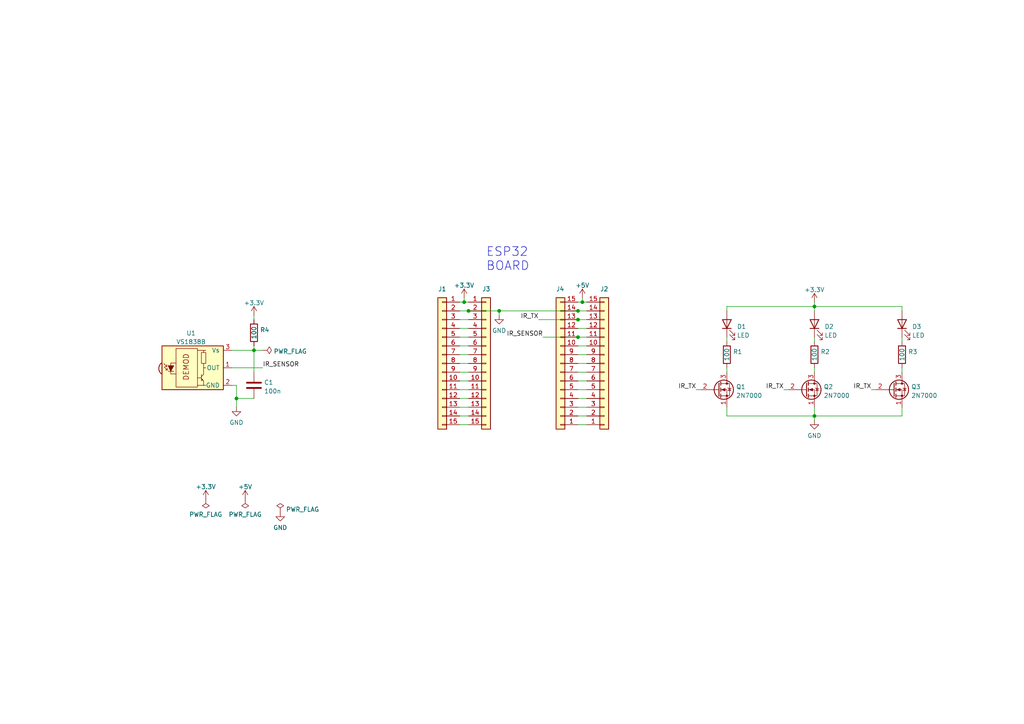
<source format=kicad_sch>
(kicad_sch (version 20230121) (generator eeschema)
  (paper "A4")
  (title_block (title "ESPHome IR Box"))
  (lib_symbols
    (symbol "Connector_Generic:Conn_01x15" (pin_names (offset 1.016) hide)
      (property "Reference" "J" (at 0 20.32 0))
      (property "Value" "Conn_01x15" (at 0 -20.32 0))
      (symbol "Conn_01x15_1_1"
        (rectangle (start -1.27 -17.653) (end 0 -17.907) (stroke (width 0.1524)))
        (rectangle (start -1.27 -15.113) (end 0 -15.367) (stroke (width 0.1524)))
        (rectangle (start -1.27 -12.573) (end 0 -12.827) (stroke (width 0.1524)))
        (rectangle (start -1.27 -10.033) (end 0 -10.287) (stroke (width 0.1524)))
        (rectangle (start -1.27 -7.493) (end 0 -7.747) (stroke (width 0.1524)))
        (rectangle (start -1.27 -4.953) (end 0 -5.207) (stroke (width 0.1524)))
        (rectangle (start -1.27 -2.413) (end 0 -2.667) (stroke (width 0.1524)))
        (rectangle (start -1.27 0.127) (end 0 -0.127) (stroke (width 0.1524)))
        (rectangle (start -1.27 2.667) (end 0 2.413) (stroke (width 0.1524)))
        (rectangle (start -1.27 5.207) (end 0 4.953) (stroke (width 0.1524)))
        (rectangle (start -1.27 7.747) (end 0 7.493) (stroke (width 0.1524)))
        (rectangle (start -1.27 10.287) (end 0 10.033) (stroke (width 0.1524)))
        (rectangle (start -1.27 12.827) (end 0 12.573) (stroke (width 0.1524)))
        (rectangle (start -1.27 15.367) (end 0 15.113) (stroke (width 0.1524)))
        (rectangle (start -1.27 17.907) (end 0 17.653) (stroke (width 0.1524)))
        (rectangle (start -1.27 19.05) (end 1.27 -19.05) (stroke (width 0.254)) (fill (type background)))
        (pin passive line (at -5.08 17.78 0) (length 3.81) (name "Pin_1") (number "1"))
        (pin passive line (at -5.08 -5.08 0) (length 3.81) (name "Pin_10") (number "10"))
        (pin passive line (at -5.08 -7.62 0) (length 3.81) (name "Pin_11") (number "11"))
        (pin passive line (at -5.08 -10.16 0) (length 3.81) (name "Pin_12") (number "12"))
        (pin passive line (at -5.08 -12.7 0) (length 3.81) (name "Pin_13") (number "13"))
        (pin passive line (at -5.08 -15.24 0) (length 3.81) (name "Pin_14") (number "14"))
        (pin passive line (at -5.08 -17.78 0) (length 3.81) (name "Pin_15") (number "15"))
        (pin passive line (at -5.08 15.24 0) (length 3.81) (name "Pin_2") (number "2"))
        (pin passive line (at -5.08 12.7 0) (length 3.81) (name "Pin_3") (number "3"))
        (pin passive line (at -5.08 10.16 0) (length 3.81) (name "Pin_4") (number "4"))
        (pin passive line (at -5.08 7.62 0) (length 3.81) (name "Pin_5") (number "5"))
        (pin passive line (at -5.08 5.08 0) (length 3.81) (name "Pin_6") (number "6"))
        (pin passive line (at -5.08 2.54 0) (length 3.81) (name "Pin_7") (number "7"))
        (pin passive line (at -5.08 0 0) (length 3.81) (name "Pin_8") (number "8"))
        (pin passive line (at -5.08 -2.54 0) (length 3.81) (name "Pin_9") (number "9"))
      )
    )
    (symbol "Device:C" (pin_numbers hide) (pin_names (offset 0.254))
      (property "Reference" "C" (at 0.635 2.54 0))
      (property "Value" "C" (at 0.635 -2.54 0))
      (symbol "C_0_1"
        (polyline (pts (xy -2.032 -0.762) (xy 2.032 -0.762)) (stroke (width 0.508)))
        (polyline (pts (xy -2.032 0.762) (xy 2.032 0.762)) (stroke (width 0.508)))
      )
      (symbol "C_1_1"
        (pin passive line (at 0 3.81 270) (length 2.794) (name "~") (number "1"))
        (pin passive line (at 0 -3.81 90) (length 2.794) (name "~") (number "2"))
      )
    )
    (symbol "Device:LED" (pin_numbers hide) (pin_names (offset 1.016) hide)
      (property "Reference" "D" (at 0 2.54 0))
      (property "Value" "LED" (at 0 -2.54 0))
      (symbol "LED_0_1"
        (polyline (pts (xy -1.27 -1.27) (xy -1.27 1.27)) (stroke (width 0.254)))
        (polyline (pts (xy -1.27 0) (xy 1.27 0)))
        (polyline (pts (xy 1.27 -1.27) (xy 1.27 1.27) (xy -1.27 0) (xy 1.27 -1.27)) (stroke (width 0.254)))
        (polyline (pts (xy -3.048 -0.762) (xy -4.572 -2.286) (xy -3.81 -2.286) (xy -4.572 -2.286) (xy -4.572 -1.524)))
        (polyline (pts (xy -1.778 -0.762) (xy -3.302 -2.286) (xy -2.54 -2.286) (xy -3.302 -2.286) (xy -3.302 -1.524)))
      )
      (symbol "LED_1_1"
        (pin passive line (at -3.81 0 0) (length 2.54) (name "K") (number "1"))
        (pin passive line (at 3.81 0 180) (length 2.54) (name "A") (number "2"))
      )
    )
    (symbol "Device:R" (pin_numbers hide) (pin_names (offset 0))
      (property "Reference" "R" (at 2.032 0 90))
      (property "Value" "R" (at 0 0 90))
      (symbol "R_0_1"
        (rectangle (start -1.016 -2.54) (end 1.016 2.54) (stroke (width 0.254)))
      )
      (symbol "R_1_1"
        (pin passive line (at 0 3.81 270) (length 1.27) (name "~") (number "1"))
        (pin passive line (at 0 -3.81 90) (length 1.27) (name "~") (number "2"))
      )
    )
    (symbol "Transistor_FET:2N7000" (pin_names hide)
      (property "Reference" "Q" (at 5.08 1.905 0))
      (property "Value" "2N7000" (at 5.08 0 0))
      (symbol "2N7000_0_1"
        (polyline (pts (xy 0.254 0) (xy -2.54 0)))
        (polyline (pts (xy 0.254 1.905) (xy 0.254 -1.905)) (stroke (width 0.254)))
        (polyline (pts (xy 0.762 -1.27) (xy 0.762 -2.286)) (stroke (width 0.254)))
        (polyline (pts (xy 0.762 0.508) (xy 0.762 -0.508)) (stroke (width 0.254)))
        (polyline (pts (xy 0.762 2.286) (xy 0.762 1.27)) (stroke (width 0.254)))
        (polyline (pts (xy 2.54 2.54) (xy 2.54 1.778)))
        (polyline (pts (xy 2.54 -2.54) (xy 2.54 0) (xy 0.762 0)))
        (polyline (pts (xy 0.762 -1.778) (xy 3.302 -1.778) (xy 3.302 1.778) (xy 0.762 1.778)))
        (polyline (pts (xy 1.016 0) (xy 2.032 0.381) (xy 2.032 -0.381) (xy 1.016 0)) (fill (type outline)))
        (polyline (pts (xy 2.794 0.508) (xy 2.921 0.381) (xy 3.683 0.381) (xy 3.81 0.254)))
        (polyline (pts (xy 3.302 0.381) (xy 2.921 -0.254) (xy 3.683 -0.254) (xy 3.302 0.381)))
        (circle (center 1.651 0) (radius 2.794) (stroke (width 0.254)))
        (circle (center 2.54 -1.778) (radius 0.254) (fill (type outline)))
        (circle (center 2.54 1.778) (radius 0.254) (fill (type outline)))
      )
      (symbol "2N7000_1_1"
        (pin passive line (at 2.54 -5.08 90) (length 2.54) (name "S") (number "1"))
        (pin input line (at -5.08 0 0) (length 2.54) (name "G") (number "2"))
        (pin passive line (at 2.54 5.08 270) (length 2.54) (name "D") (number "3"))
      )
    )
    (symbol "power:+3.3V" (power) (pin_names (offset 0))
      (property "Value" "+3.3V" (at 0 3.556 0))
      (symbol "+3.3V_0_1"
        (polyline (pts (xy -0.762 1.27) (xy 0 2.54)))
        (polyline (pts (xy 0 0) (xy 0 2.54)))
        (polyline (pts (xy 0 2.54) (xy 0.762 1.27)))
      )
      (symbol "+3.3V_1_1"
        (pin power_in line (at 0 0 90) (length 0) hide (name "+3.3V") (number "1"))
      )
    )
    (symbol "power:+5V" (power) (pin_names (offset 0))
      (property "Value" "+5V" (at 0 3.556 0))
      (symbol "+5V_0_1"
        (polyline (pts (xy -0.762 1.27) (xy 0 2.54)))
        (polyline (pts (xy 0 0) (xy 0 2.54)))
        (polyline (pts (xy 0 2.54) (xy 0.762 1.27)))
      )
      (symbol "+5V_1_1"
        (pin power_in line (at 0 0 90) (length 0) hide (name "+5V") (number "1"))
      )
    )
    (symbol "power:GND" (power) (pin_names (offset 0))
      (property "Value" "GND" (at 0 -3.81 0))
      (symbol "GND_0_1"
        (polyline (pts (xy 0 0) (xy 0 -1.27) (xy 1.27 -1.27) (xy 0 -2.54) (xy -1.27 -1.27) (xy 0 -1.27)))
      )
      (symbol "GND_1_1"
        (pin power_in line (at 0 0 270) (length 0) hide (name "GND") (number "1"))
      )
    )
    (symbol "power:PWR_FLAG" (power) (pin_numbers hide) (pin_names (offset 0) hide)
      (property "Value" "PWR_FLAG" (at 0 3.81 0))
      (symbol "PWR_FLAG_0_0"
        (pin power_out line (at 0 0 90) (length 0) (name "pwr") (number "1"))
      )
      (symbol "PWR_FLAG_0_1"
        (polyline (pts (xy 0 0) (xy 0 1.27) (xy -1.016 1.905) (xy 0 2.54) (xy 1.016 1.905) (xy 0 1.27)))
      )
    )
    (symbol "vs1838b:VS1838B" (pin_names (offset 1.016))
      (property "Reference" "U" (at -10.16 7.62 0))
      (property "Value" "VS1838B" (at -10.16 -7.62 0))
      (symbol "VS1838B_0_0"
        (arc (start -10.287 1.397) (mid -11.0899 -0.1852) (end -10.287 -1.778) (stroke (width 0.254)) (fill (type background)))
        (polyline (pts (xy 1.905 -5.08) (xy 0.127 -5.08)))
        (polyline (pts (xy 1.905 5.08) (xy 0.127 5.08)))
        (text "DEMOD" (at -3.175 0.254 900) (effects (font (size 1.524 1.524))))
      )
      (symbol "VS1838B_0_1"
        (rectangle (start -10.16 6.35) (end 7.62 -6.35) (stroke (width 0.254)) (fill (type background)))
        (rectangle (start -6.096 5.588) (end 0.127 -5.588))
        (polyline (pts (xy -8.763 0.381) (xy -9.652 1.27)))
        (polyline (pts (xy -8.763 0.381) (xy -9.271 0.381)))
        (polyline (pts (xy -8.763 0.381) (xy -8.763 0.889)))
        (polyline (pts (xy -8.636 -0.635) (xy -9.525 0.254)))
        (polyline (pts (xy -8.636 -0.635) (xy -9.144 -0.635)))
        (polyline (pts (xy -8.636 -0.635) (xy -8.636 -0.127)))
        (polyline (pts (xy -8.382 -1.016) (xy -6.731 -1.016)))
        (polyline (pts (xy 1.27 -2.921) (xy 0.127 -2.921)))
        (polyline (pts (xy 1.27 -1.905) (xy 1.27 -3.81)))
        (polyline (pts (xy 1.397 -3.556) (xy 1.524 -3.556)))
        (polyline (pts (xy 1.651 -3.556) (xy 1.524 -3.556)))
        (polyline (pts (xy 1.651 -3.556) (xy 1.651 -3.302)))
        (polyline (pts (xy 1.905 0) (xy 1.905 1.27)))
        (polyline (pts (xy 1.905 4.445) (xy 1.905 5.08) (xy 2.54 5.08)))
        (polyline (pts (xy -8.382 0.635) (xy -6.731 0.635) (xy -7.62 -1.016) (xy -8.382 0.635)) (fill (type outline)))
        (polyline (pts (xy -6.096 1.397) (xy -7.62 1.397) (xy -7.62 -1.778) (xy -6.096 -1.778)))
        (polyline (pts (xy 1.27 -3.175) (xy 1.905 -3.81) (xy 1.905 -5.08) (xy 2.54 -5.08)))
        (polyline (pts (xy 1.27 -2.54) (xy 1.905 -1.905) (xy 1.905 0) (xy 2.54 0)))
        (rectangle (start 2.54 1.27) (end 1.27 4.445))
      )
      (symbol "VS1838B_1_1"
        (pin output line (at 10.16 0 180) (length 2.54) (name "OUT") (number "1"))
        (pin power_in line (at 10.16 -5.08 180) (length 2.54) (name "GND") (number "2"))
        (pin power_in line (at 10.16 5.08 180) (length 2.54) (name "Vs") (number "3"))
      )
    )
  )
  (junction (at 167.64 97.79))
  (junction (at 135.89 90.17))
  (junction (at 134.62 87.63))
  (junction (at 73.66 101.6))
  (junction (at 236.22 88.9))
  (junction (at 68.58 115.57))
  (junction (at 144.78 90.17))
  (junction (at 167.64 92.71))
  (junction (at 168.91 87.63))
  (junction (at 167.64 90.17))
  (junction (at 236.22 120.65))
  (wire (pts (xy 134.62 87.63) (xy 133.35 87.63)))
  (wire (pts (xy 73.66 115.57) (xy 68.58 115.57)))
  (wire (pts (xy 68.58 115.57) (xy 68.58 111.76)))
  (wire (pts (xy 210.82 120.65) (xy 236.22 120.65)))
  (wire (pts (xy 133.35 97.79) (xy 135.89 97.79)))
  (wire (pts (xy 133.35 118.11) (xy 135.89 118.11)))
  (wire (pts (xy 210.82 88.9) (xy 236.22 88.9)))
  (wire (pts (xy 167.64 110.49) (xy 170.18 110.49)))
  (wire (pts (xy 210.82 118.11) (xy 210.82 120.65)))
  (wire (pts (xy 210.82 90.17) (xy 210.82 88.9)))
  (wire (pts (xy 210.82 106.68) (xy 210.82 107.95)))
  (wire (pts (xy 68.58 115.57) (xy 68.58 118.11)))
  (wire (pts (xy 133.35 105.41) (xy 135.89 105.41)))
  (wire (pts (xy 236.22 120.65) (xy 261.62 120.65)))
  (wire (pts (xy 261.62 118.11) (xy 261.62 120.65)))
  (wire (pts (xy 144.78 90.17) (xy 167.64 90.17)))
  (wire (pts (xy 133.35 120.65) (xy 135.89 120.65)))
  (wire (pts (xy 168.91 86.36) (xy 168.91 87.63)))
  (wire (pts (xy 133.35 100.33) (xy 135.89 100.33)))
  (wire (pts (xy 68.58 111.76) (xy 67.31 111.76)))
  (wire (pts (xy 73.66 100.33) (xy 73.66 101.6)))
  (wire (pts (xy 167.64 118.11) (xy 170.18 118.11)))
  (wire (pts (xy 261.62 88.9) (xy 261.62 90.17)))
  (wire (pts (xy 133.35 110.49) (xy 135.89 110.49)))
  (wire (pts (xy 167.64 102.87) (xy 170.18 102.87)))
  (wire (pts (xy 167.64 123.19) (xy 170.18 123.19)))
  (wire (pts (xy 134.62 87.63) (xy 135.89 87.63)))
  (wire (pts (xy 168.91 87.63) (xy 170.18 87.63)))
  (wire (pts (xy 156.21 92.71) (xy 167.64 92.71)))
  (wire (pts (xy 157.48 97.79) (xy 167.64 97.79)))
  (wire (pts (xy 73.66 101.6) (xy 73.66 107.95)))
  (wire (pts (xy 236.22 88.9) (xy 261.62 88.9)))
  (wire (pts (xy 133.35 92.71) (xy 135.89 92.71)))
  (wire (pts (xy 73.66 91.44) (xy 73.66 92.71)))
  (wire (pts (xy 133.35 123.19) (xy 135.89 123.19)))
  (wire (pts (xy 67.31 101.6) (xy 73.66 101.6)))
  (wire (pts (xy 167.64 90.17) (xy 170.18 90.17)))
  (wire (pts (xy 167.64 113.03) (xy 170.18 113.03)))
  (wire (pts (xy 167.64 97.79) (xy 170.18 97.79)))
  (wire (pts (xy 261.62 106.68) (xy 261.62 107.95)))
  (wire (pts (xy 167.64 100.33) (xy 170.18 100.33)))
  (wire (pts (xy 236.22 118.11) (xy 236.22 120.65)))
  (wire (pts (xy 167.64 105.41) (xy 170.18 105.41)))
  (wire (pts (xy 133.35 95.25) (xy 135.89 95.25)))
  (wire (pts (xy 167.64 107.95) (xy 170.18 107.95)))
  (wire (pts (xy 167.64 120.65) (xy 170.18 120.65)))
  (wire (pts (xy 167.64 92.71) (xy 170.18 92.71)))
  (wire (pts (xy 133.35 113.03) (xy 135.89 113.03)))
  (wire (pts (xy 133.35 107.95) (xy 135.89 107.95)))
  (wire (pts (xy 134.62 86.36) (xy 134.62 87.63)))
  (wire (pts (xy 201.93 113.03) (xy 203.2 113.03)))
  (wire (pts (xy 236.22 87.63) (xy 236.22 88.9)))
  (wire (pts (xy 135.89 90.17) (xy 144.78 90.17)))
  (wire (pts (xy 236.22 97.79) (xy 236.22 99.06)))
  (wire (pts (xy 167.64 95.25) (xy 170.18 95.25)))
  (wire (pts (xy 236.22 121.92) (xy 236.22 120.65)))
  (wire (pts (xy 133.35 115.57) (xy 135.89 115.57)))
  (wire (pts (xy 133.35 90.17) (xy 135.89 90.17)))
  (wire (pts (xy 167.64 115.57) (xy 170.18 115.57)))
  (wire (pts (xy 210.82 97.79) (xy 210.82 99.06)))
  (wire (pts (xy 144.78 91.44) (xy 144.78 90.17)))
  (wire (pts (xy 133.35 102.87) (xy 135.89 102.87)))
  (wire (pts (xy 167.64 87.63) (xy 168.91 87.63)))
  (wire (pts (xy 236.22 88.9) (xy 236.22 90.17)))
  (wire (pts (xy 261.62 97.79) (xy 261.62 99.06)))
  (wire (pts (xy 252.73 113.03) (xy 254 113.03)))
  (wire (pts (xy 67.31 106.68) (xy 76.2 106.68)))
  (wire (pts (xy 73.66 101.6) (xy 76.2 101.6)))
  (wire (pts (xy 236.22 106.68) (xy 236.22 107.95)))
  (wire (pts (xy 227.33 113.03) (xy 228.6 113.03)))
  (text "ESP32\nBOARD" (at 140.97 78.74 0) (effects (font (size 2.54 2.54)) (justify left bottom)))
  (label "IR_TX" (at 201.93 113.03 180))
  (label "IR_TX" (at 252.73 113.03 180))
  (label "IR_SENSOR" (at 157.48 97.79 180))
  (label "IR_SENSOR" (at 76.2 106.68 0))
  (label "IR_TX" (at 227.33 113.03 180))
  (label "IR_TX" (at 156.21 92.71 180))
  (symbol (lib_id "Transistor_FET:2N7000") (at 259.08 113.03 0) (unit 1)
    (property "Reference" "Q3" (at 264.287 112.1953 0) (effects (justify left)))
    (property "Value" "2N7000" (at 264.287 114.7322 0) (effects (justify left)))
    (property "Footprint" "Package_TO_SOT_THT:TO-92_Inline" (effects hide))
    (property "Datasheet" "https://www.vishay.com/docs/70226/70226.pdf" (effects hide))
  )
  (symbol (lib_id "Device:C") (at 73.66 111.76 0) (unit 1)
    (property "Reference" "C1" (at 76.581 110.9253 0) (effects (justify left)))
    (property "Value" "100n" (at 76.581 113.4622 0) (effects (justify left)))
    (property "Footprint" "Capacitor_THT:C_Disc_D4.7mm_W2.5mm_P5.00mm" (effects hide))
  )
  (symbol (lib_id "power:+3.3V") (at 59.69 144.78 0) (unit 1)
    (property "Reference" "#PWR0109" (effects hide))
    (property "Value" "+3.3V" (at 59.69 141.2042 0))
  )
  (symbol (lib_id "power:GND") (at 68.58 118.11 0) (unit 1)
    (property "Reference" "#PWR0106" (effects hide))
    (property "Value" "GND" (at 68.58 122.5534 0))
  )
  (symbol (lib_id "power:+5V") (at 71.12 144.78 0) (unit 1)
    (property "Reference" "#PWR0110" (effects hide))
    (property "Value" "+5V" (at 71.12 141.2042 0))
  )
  (symbol (lib_id "power:PWR_FLAG") (at 59.69 144.78 180) (unit 1)
    (property "Reference" "#FLG0101" (effects hide))
    (property "Value" "PWR_FLAG" (at 59.69 149.2234 0))
  )
  (symbol (lib_id "Device:R") (at 261.62 102.87 0) (unit 1)
    (property "Reference" "R3" (at 263.398 102.0353 0) (effects (justify left)))
    (property "Value" "100" (at 261.62 104.775 90) (effects (justify left)))
    (property "Footprint" "Resistor_THT:R_Axial_DIN0207_L6.3mm_D2.5mm_P7.62mm_Horizontal" (effects hide))
  )
  (symbol (lib_id "Transistor_FET:2N7000") (at 208.28 113.03 0) (unit 1)
    (property "Reference" "Q1" (at 213.487 112.1953 0) (effects (justify left)))
    (property "Value" "2N7000" (at 213.487 114.7322 0) (effects (justify left)))
    (property "Footprint" "Package_TO_SOT_THT:TO-92_Inline" (effects hide))
    (property "Datasheet" "https://www.vishay.com/docs/70226/70226.pdf" (effects hide))
  )
  (symbol (lib_id "vs1838b:VS1838B") (at 57.15 106.68 0) (unit 1)
    (property "Reference" "U1" (at 55.415 96.6302 0))
    (property "Value" "VS1838B" (at 55.415 99.1671 0))
    (property "Footprint" "OptoDevice:Vishay_MOLD-3Pin" (effects hide))
    (property "Datasheet" "http://www.vishay.com/docs/82490/tsop321.pdf" (effects hide))
  )
  (symbol (lib_id "Transistor_FET:2N7000") (at 233.68 113.03 0) (unit 1)
    (property "Reference" "Q2" (at 238.887 112.1953 0) (effects (justify left)))
    (property "Value" "2N7000" (at 238.887 114.7322 0) (effects (justify left)))
    (property "Footprint" "Package_TO_SOT_THT:TO-92_Inline" (effects hide))
    (property "Datasheet" "https://www.vishay.com/docs/70226/70226.pdf" (effects hide))
  )
  (symbol (lib_id "power:+3.3V") (at 236.22 87.63 0) (unit 1)
    (property "Reference" "#PWR0104" (effects hide))
    (property "Value" "+3.3V" (at 236.22 84.0542 0))
  )
  (symbol (lib_id "Connector_Generic:Conn_01x15") (at 162.56 105.41 180) (unit 1)
    (property "Reference" "J4" (at 161.29 83.82 0) (effects (justify right)))
    (property "Value" "Conn_01x15_Male" (effects hide))
    (property "Footprint" "Connector_PinHeader_2.54mm:PinHeader_1x15_P2.54mm_Vertical" (effects hide))
  )
  (symbol (lib_id "Device:LED") (at 236.22 93.98 90) (unit 1)
    (property "Reference" "D2" (at 239.141 94.7328 90) (effects (justify right)))
    (property "Value" "LED" (at 239.141 97.2697 90) (effects (justify right)))
    (property "Footprint" "LED_THT:LED_D5.0mm_Clear" (effects hide))
  )
  (symbol (lib_id "Device:R") (at 73.66 96.52 0) (unit 1)
    (property "Reference" "R4" (at 75.438 95.6853 0) (effects (justify left)))
    (property "Value" "100" (at 73.66 98.425 90) (effects (justify left)))
    (property "Footprint" "Resistor_THT:R_Axial_DIN0207_L6.3mm_D2.5mm_P7.62mm_Horizontal" (effects hide))
  )
  (symbol (lib_id "power:GND") (at 81.28 148.59 0) (unit 1)
    (property "Reference" "#PWR0108" (effects hide))
    (property "Value" "GND" (at 81.28 153.0334 0))
  )
  (symbol (lib_id "power:GND") (at 236.22 121.92 0) (unit 1)
    (property "Reference" "#PWR0105" (effects hide))
    (property "Value" "GND" (at 236.22 126.3634 0))
  )
  (symbol (lib_id "power:GND") (at 144.78 91.44 0) (unit 1)
    (property "Reference" "#PWR0101" (effects hide))
    (property "Value" "GND" (at 144.78 95.8834 0))
  )
  (symbol (lib_id "power:PWR_FLAG") (at 81.28 148.59 0) (unit 1)
    (property "Reference" "#FLG0103" (effects hide))
    (property "Value" "PWR_FLAG" (at 82.931 147.7538 0) (effects (justify left)))
  )
  (symbol (lib_id "power:+3.3V") (at 134.62 86.36 0) (unit 1)
    (property "Reference" "#PWR0102" (effects hide))
    (property "Value" "+3.3V" (at 134.62 82.7842 0))
  )
  (symbol (lib_id "Connector_Generic:Conn_01x15") (at 175.26 105.41 0) (mirror x) (unit 1)
    (property "Reference" "J2" (at 175.26 83.82 0))
    (property "Value" "Conn_01x15_Female" (effects hide))
    (property "Footprint" "Connector_PinSocket_2.54mm:PinSocket_1x15_P2.54mm_Vertical" (effects hide))
  )
  (symbol (lib_id "power:PWR_FLAG") (at 76.2 101.6 270) (unit 1)
    (property "Reference" "#FLG01" (effects hide))
    (property "Value" "PWR_FLAG" (at 79.375 101.9168 90) (effects (justify left)))
  )
  (symbol (lib_id "Connector_Generic:Conn_01x15") (at 128.27 105.41 0) (mirror y) (unit 1)
    (property "Reference" "J1" (at 128.27 83.82 0))
    (property "Value" "Conn_01x15_Female" (effects hide))
    (property "Footprint" "Connector_PinSocket_2.54mm:PinSocket_1x15_P2.54mm_Vertical" (effects hide))
  )
  (symbol (lib_id "power:PWR_FLAG") (at 71.12 144.78 180) (unit 1)
    (property "Reference" "#FLG0102" (effects hide))
    (property "Value" "PWR_FLAG" (at 71.12 149.2234 0))
  )
  (symbol (lib_id "Connector_Generic:Conn_01x15") (at 140.97 105.41 0) (unit 1)
    (property "Reference" "J3" (at 142.24 83.82 0) (effects (justify right)))
    (property "Value" "Conn_01x15_Male" (effects hide))
    (property "Footprint" "Connector_PinHeader_2.54mm:PinHeader_1x15_P2.54mm_Vertical" (effects hide))
  )
  (symbol (lib_id "Device:R") (at 236.22 102.87 0) (unit 1)
    (property "Reference" "R2" (at 237.998 102.0353 0) (effects (justify left)))
    (property "Value" "100" (at 236.22 104.775 90) (effects (justify left)))
    (property "Footprint" "Resistor_THT:R_Axial_DIN0207_L6.3mm_D2.5mm_P7.62mm_Horizontal" (effects hide))
  )
  (symbol (lib_id "power:+3.3V") (at 73.66 91.44 0) (unit 1)
    (property "Reference" "#PWR0107" (effects hide))
    (property "Value" "+3.3V" (at 73.66 87.8642 0))
  )
  (symbol (lib_id "power:+5V") (at 168.91 86.36 0) (unit 1)
    (property "Reference" "#PWR0103" (effects hide))
    (property "Value" "+5V" (at 168.91 82.7842 0))
  )
  (symbol (lib_id "Device:R") (at 210.82 102.87 0) (unit 1)
    (property "Reference" "R1" (at 212.598 102.0353 0) (effects (justify left)))
    (property "Value" "100" (at 210.82 104.775 90) (effects (justify left)))
    (property "Footprint" "Resistor_THT:R_Axial_DIN0207_L6.3mm_D2.5mm_P7.62mm_Horizontal" (effects hide))
  )
  (symbol (lib_id "Device:LED") (at 261.62 93.98 90) (unit 1)
    (property "Reference" "D3" (at 264.541 94.7328 90) (effects (justify right)))
    (property "Value" "LED" (at 264.541 97.2697 90) (effects (justify right)))
    (property "Footprint" "LED_THT:LED_D5.0mm_Clear" (effects hide))
  )
  (symbol (lib_id "Device:LED") (at 210.82 93.98 90) (unit 1)
    (property "Reference" "D1" (at 213.741 94.7328 90) (effects (justify right)))
    (property "Value" "LED" (at 213.741 97.2697 90) (effects (justify right)))
    (property "Footprint" "LED_THT:LED_D5.0mm_Clear" (effects hide))
  )
)
</source>
